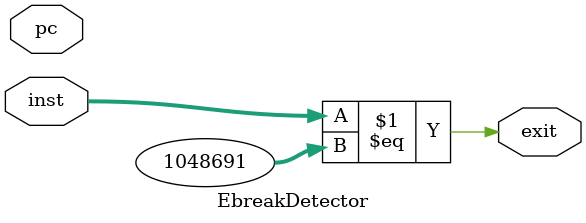
<source format=v>
module EbreakDetector(
    input [31:0] inst,
    input [31:0] pc,
    output exit
);

    // 检测是否为 ebreak 指令
    assign exit = (inst == 32'h00100073); // ebreak指令的操作码
endmodule

</source>
